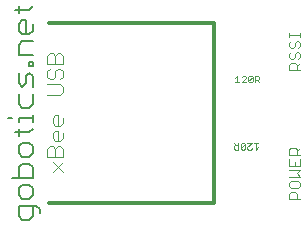
<source format=gto>
G75*
G70*
%OFA0B0*%
%FSLAX24Y24*%
%IPPOS*%
%LPD*%
%AMOC8*
5,1,8,0,0,1.08239X$1,22.5*
%
%ADD10C,0.0030*%
%ADD11C,0.0040*%
%ADD12C,0.0060*%
%ADD13C,0.0120*%
%ADD14C,0.0020*%
D10*
X011321Y003042D02*
X011321Y003227D01*
X011383Y003289D01*
X011506Y003289D01*
X011568Y003227D01*
X011568Y003042D01*
X011691Y003042D02*
X011321Y003042D01*
X011383Y003411D02*
X011630Y003411D01*
X011691Y003472D01*
X011691Y003596D01*
X011630Y003657D01*
X011383Y003657D01*
X011321Y003596D01*
X011321Y003472D01*
X011383Y003411D01*
X011321Y003779D02*
X011691Y003779D01*
X011568Y003902D01*
X011691Y004026D01*
X011321Y004026D01*
X011321Y004147D02*
X011691Y004147D01*
X011691Y004394D01*
X011691Y004515D02*
X011321Y004515D01*
X011321Y004701D01*
X011383Y004762D01*
X011506Y004762D01*
X011568Y004701D01*
X011568Y004515D01*
X011568Y004639D02*
X011691Y004762D01*
X011321Y004394D02*
X011321Y004147D01*
X011506Y004147D02*
X011506Y004271D01*
X011568Y007342D02*
X011568Y007527D01*
X011506Y007589D01*
X011383Y007589D01*
X011321Y007527D01*
X011321Y007342D01*
X011691Y007342D01*
X011568Y007466D02*
X011691Y007589D01*
X011630Y007711D02*
X011691Y007772D01*
X011691Y007896D01*
X011630Y007957D01*
X011568Y007957D01*
X011506Y007896D01*
X011506Y007772D01*
X011444Y007711D01*
X011383Y007711D01*
X011321Y007772D01*
X011321Y007896D01*
X011383Y007957D01*
X011383Y008079D02*
X011444Y008079D01*
X011506Y008141D01*
X011506Y008264D01*
X011568Y008326D01*
X011630Y008326D01*
X011691Y008264D01*
X011691Y008141D01*
X011630Y008079D01*
X011383Y008079D02*
X011321Y008141D01*
X011321Y008264D01*
X011383Y008326D01*
X011321Y008447D02*
X011321Y008571D01*
X011321Y008509D02*
X011691Y008509D01*
X011691Y008447D02*
X011691Y008571D01*
D11*
X003786Y007817D02*
X003786Y007557D01*
X003266Y007557D01*
X003266Y007817D01*
X003353Y007904D01*
X003439Y007904D01*
X003526Y007817D01*
X003526Y007557D01*
X003613Y007388D02*
X003700Y007388D01*
X003786Y007301D01*
X003786Y007128D01*
X003700Y007041D01*
X003700Y006872D02*
X003266Y006872D01*
X003353Y007041D02*
X003266Y007128D01*
X003266Y007301D01*
X003353Y007388D01*
X003526Y007301D02*
X003613Y007388D01*
X003526Y007301D02*
X003526Y007128D01*
X003439Y007041D01*
X003353Y007041D01*
X003700Y006872D02*
X003786Y006786D01*
X003786Y006612D01*
X003700Y006525D01*
X003266Y006525D01*
X003526Y005841D02*
X003613Y005841D01*
X003613Y005494D01*
X003700Y005494D02*
X003786Y005581D01*
X003786Y005754D01*
X003700Y005494D02*
X003526Y005494D01*
X003439Y005581D01*
X003439Y005754D01*
X003526Y005841D01*
X003526Y005325D02*
X003613Y005325D01*
X003613Y004979D01*
X003700Y004979D02*
X003786Y005065D01*
X003786Y005239D01*
X003526Y005325D02*
X003439Y005239D01*
X003439Y005065D01*
X003526Y004979D01*
X003700Y004979D01*
X003700Y004810D02*
X003613Y004810D01*
X003526Y004723D01*
X003526Y004463D01*
X003439Y004294D02*
X003786Y003947D01*
X003439Y003947D02*
X003786Y004294D01*
X003786Y004463D02*
X003786Y004723D01*
X003700Y004810D01*
X003526Y004723D02*
X003439Y004810D01*
X003353Y004810D01*
X003266Y004723D01*
X003266Y004463D01*
X003786Y004463D01*
X003786Y007817D02*
X003700Y007904D01*
X003613Y007904D01*
X003526Y007817D01*
D12*
X002660Y002357D02*
X002426Y002357D01*
X002309Y002474D01*
X002309Y002824D01*
X002893Y002824D01*
X003010Y002708D01*
X003010Y002591D01*
X002776Y002474D02*
X002776Y002824D01*
X002660Y003057D02*
X002776Y003174D01*
X002776Y003407D01*
X002660Y003524D01*
X002426Y003524D01*
X002309Y003407D01*
X002309Y003174D01*
X002426Y003057D01*
X002660Y003057D01*
X002776Y002474D02*
X002660Y002357D01*
X002776Y003757D02*
X002076Y003757D01*
X002309Y003757D02*
X002309Y004107D01*
X002426Y004224D01*
X002660Y004224D01*
X002776Y004107D01*
X002776Y003757D01*
X002660Y004457D02*
X002426Y004457D01*
X002309Y004573D01*
X002309Y004807D01*
X002426Y004924D01*
X002660Y004924D01*
X002776Y004807D01*
X002776Y004573D01*
X002660Y004457D01*
X002309Y005156D02*
X002309Y005390D01*
X002192Y005273D02*
X002660Y005273D01*
X002776Y005390D01*
X002776Y005623D02*
X002776Y005856D01*
X002776Y005740D02*
X002309Y005740D01*
X002309Y005623D01*
X002076Y005740D02*
X001959Y005740D01*
X002309Y006206D02*
X002426Y006089D01*
X002660Y006089D01*
X002776Y006206D01*
X002776Y006556D01*
X002776Y006789D02*
X002776Y007139D01*
X002660Y007256D01*
X002543Y007139D01*
X002543Y006906D01*
X002426Y006789D01*
X002309Y006906D01*
X002309Y007256D01*
X002660Y007489D02*
X002660Y007606D01*
X002776Y007606D01*
X002776Y007489D01*
X002660Y007489D01*
X002776Y007839D02*
X002309Y007839D01*
X002309Y008189D01*
X002426Y008306D01*
X002776Y008306D01*
X002660Y008538D02*
X002426Y008538D01*
X002309Y008655D01*
X002309Y008889D01*
X002426Y009006D01*
X002543Y009006D01*
X002543Y008538D01*
X002660Y008538D02*
X002776Y008655D01*
X002776Y008889D01*
X002660Y009355D02*
X002776Y009472D01*
X002660Y009355D02*
X002192Y009355D01*
X002309Y009238D02*
X002309Y009472D01*
X002309Y006556D02*
X002309Y006206D01*
D13*
X003306Y008927D02*
X008806Y008927D01*
X008806Y002927D01*
X003306Y002927D01*
D14*
X009487Y004734D02*
X009487Y004807D01*
X009523Y004844D01*
X009633Y004844D01*
X009560Y004844D02*
X009487Y004917D01*
X009633Y004917D02*
X009633Y004697D01*
X009523Y004697D01*
X009487Y004734D01*
X009708Y004734D02*
X009854Y004881D01*
X009818Y004917D01*
X009744Y004917D01*
X009708Y004881D01*
X009708Y004734D01*
X009744Y004697D01*
X009818Y004697D01*
X009854Y004734D01*
X009854Y004881D01*
X009929Y004917D02*
X010075Y004917D01*
X009929Y004770D01*
X009929Y004734D01*
X009965Y004697D01*
X010039Y004697D01*
X010075Y004734D01*
X010223Y004697D02*
X010223Y004917D01*
X010296Y004917D02*
X010150Y004917D01*
X010296Y004770D02*
X010223Y004697D01*
X010179Y006937D02*
X010179Y007157D01*
X010289Y007157D01*
X010326Y007121D01*
X010326Y007047D01*
X010289Y007011D01*
X010179Y007011D01*
X010253Y007011D02*
X010326Y006937D01*
X010105Y006974D02*
X010068Y006937D01*
X009995Y006937D01*
X009958Y006974D01*
X010105Y007121D01*
X010105Y006974D01*
X010105Y007121D02*
X010068Y007157D01*
X009995Y007157D01*
X009958Y007121D01*
X009958Y006974D01*
X009884Y006937D02*
X009737Y006937D01*
X009884Y007084D01*
X009884Y007121D01*
X009847Y007157D01*
X009774Y007157D01*
X009737Y007121D01*
X009590Y007157D02*
X009590Y006937D01*
X009663Y006937D02*
X009516Y006937D01*
X009516Y007084D02*
X009590Y007157D01*
M02*

</source>
